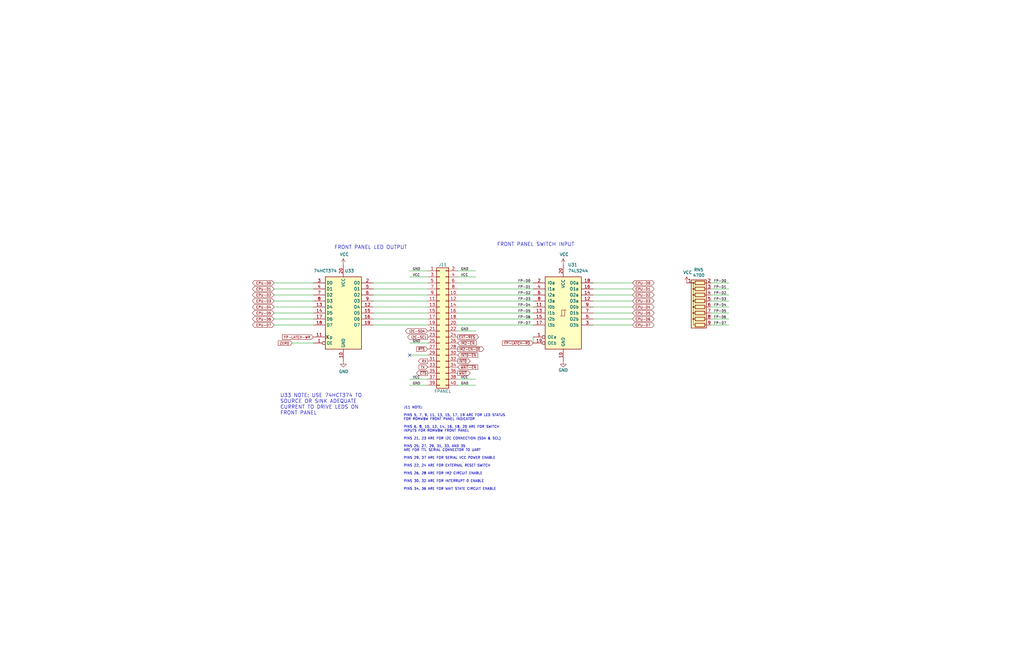
<source format=kicad_sch>
(kicad_sch (version 20211123) (generator eeschema)
  (paper "B")
  (lib_symbols
    (symbol "74xx:74HCT374"
      (property "Reference" "U" (at -7.62 16.51 0))
      (property "Value" "74HCT374" (at -7.62 -16.51 0))
      (symbol "74HCT374_1_0"
        (pin input inverted (at -12.7 -12.7 0) (length 5.08) (name "OE") (number "1"))
        (pin power_in line (at 0 -20.32 90) (length 5.08) (name "GND") (number "10"))
        (pin input clock (at -12.7 -10.16 0) (length 5.08) (name "Cp") (number "11"))
        (pin tri_state line (at 12.7 2.54 180) (length 5.08) (name "O4") (number "12"))
        (pin input line (at -12.7 2.54 0) (length 5.08) (name "D4") (number "13"))
        (pin input line (at -12.7 0 0) (length 5.08) (name "D5") (number "14"))
        (pin tri_state line (at 12.7 0 180) (length 5.08) (name "O5") (number "15"))
        (pin tri_state line (at 12.7 -2.54 180) (length 5.08) (name "O6") (number "16"))
        (pin input line (at -12.7 -2.54 0) (length 5.08) (name "D6") (number "17"))
        (pin input line (at -12.7 -5.08 0) (length 5.08) (name "D7") (number "18"))
        (pin tri_state line (at 12.7 -5.08 180) (length 5.08) (name "O7") (number "19"))
        (pin tri_state line (at 12.7 12.7 180) (length 5.08) (name "O0") (number "2"))
        (pin power_in line (at 0 20.32 270) (length 5.08) (name "VCC") (number "20"))
        (pin input line (at -12.7 12.7 0) (length 5.08) (name "D0") (number "3"))
        (pin input line (at -12.7 10.16 0) (length 5.08) (name "D1") (number "4"))
        (pin tri_state line (at 12.7 10.16 180) (length 5.08) (name "O1") (number "5"))
        (pin tri_state line (at 12.7 7.62 180) (length 5.08) (name "O2") (number "6"))
        (pin input line (at -12.7 7.62 0) (length 5.08) (name "D2") (number "7"))
        (pin input line (at -12.7 5.08 0) (length 5.08) (name "D3") (number "8"))
        (pin tri_state line (at 12.7 5.08 180) (length 5.08) (name "O3") (number "9"))
      )
      (symbol "74HCT374_1_1"
        (rectangle (start -7.62 15.24) (end 7.62 -15.24) (stroke (width 0.254)) (fill (type background)))
      )
    )
    (symbol "74xx:74LS244" (pin_names (offset 1.016))
      (property "Reference" "U" (at -7.62 16.51 0))
      (property "Value" "74LS244" (at -7.62 -16.51 0))
      (symbol "74LS244_1_0"
        (polyline (pts (xy -0.635 -1.27) (xy -0.635 1.27) (xy 0.635 1.27)))
        (polyline (pts (xy -1.27 -1.27) (xy 0.635 -1.27) (xy 0.635 1.27) (xy 1.27 1.27)))
        (pin input inverted (at -12.7 -10.16 0) (length 5.08) (name "OEa") (number "1"))
        (pin power_in line (at 0 -20.32 90) (length 5.08) (name "GND") (number "10"))
        (pin input line (at -12.7 2.54 0) (length 5.08) (name "I0b") (number "11"))
        (pin tri_state line (at 12.7 5.08 180) (length 5.08) (name "O3a") (number "12"))
        (pin input line (at -12.7 0 0) (length 5.08) (name "I1b") (number "13"))
        (pin tri_state line (at 12.7 7.62 180) (length 5.08) (name "O2a") (number "14"))
        (pin input line (at -12.7 -2.54 0) (length 5.08) (name "I2b") (number "15"))
        (pin tri_state line (at 12.7 10.16 180) (length 5.08) (name "O1a") (number "16"))
        (pin input line (at -12.7 -5.08 0) (length 5.08) (name "I3b") (number "17"))
        (pin tri_state line (at 12.7 12.7 180) (length 5.08) (name "O0a") (number "18"))
        (pin input inverted (at -12.7 -12.7 0) (length 5.08) (name "OEb") (number "19"))
        (pin input line (at -12.7 12.7 0) (length 5.08) (name "I0a") (number "2"))
        (pin power_in line (at 0 20.32 270) (length 5.08) (name "VCC") (number "20"))
        (pin tri_state line (at 12.7 -5.08 180) (length 5.08) (name "O3b") (number "3"))
        (pin input line (at -12.7 10.16 0) (length 5.08) (name "I1a") (number "4"))
        (pin tri_state line (at 12.7 -2.54 180) (length 5.08) (name "O2b") (number "5"))
        (pin input line (at -12.7 7.62 0) (length 5.08) (name "I2a") (number "6"))
        (pin tri_state line (at 12.7 0 180) (length 5.08) (name "O1b") (number "7"))
        (pin input line (at -12.7 5.08 0) (length 5.08) (name "I3a") (number "8"))
        (pin tri_state line (at 12.7 2.54 180) (length 5.08) (name "O0b") (number "9"))
      )
      (symbol "74LS244_1_1"
        (rectangle (start -7.62 15.24) (end 7.62 -15.24) (stroke (width 0.254)) (fill (type background)))
      )
    )
    (symbol "Connector_Generic:Conn_02x20_Odd_Even" (pin_names (offset 1.016) hide)
      (property "Reference" "J" (at 1.27 25.4 0))
      (property "Value" "Conn_02x20_Odd_Even" (at 1.27 -27.94 0))
      (symbol "Conn_02x20_Odd_Even_1_1"
        (rectangle (start -1.27 -25.273) (end 0 -25.527) (stroke (width 0.1524)))
        (rectangle (start -1.27 -22.733) (end 0 -22.987) (stroke (width 0.1524)))
        (rectangle (start -1.27 -20.193) (end 0 -20.447) (stroke (width 0.1524)))
        (rectangle (start -1.27 -17.653) (end 0 -17.907) (stroke (width 0.1524)))
        (rectangle (start -1.27 -15.113) (end 0 -15.367) (stroke (width 0.1524)))
        (rectangle (start -1.27 -12.573) (end 0 -12.827) (stroke (width 0.1524)))
        (rectangle (start -1.27 -10.033) (end 0 -10.287) (stroke (width 0.1524)))
        (rectangle (start -1.27 -7.493) (end 0 -7.747) (stroke (width 0.1524)))
        (rectangle (start -1.27 -4.953) (end 0 -5.207) (stroke (width 0.1524)))
        (rectangle (start -1.27 -2.413) (end 0 -2.667) (stroke (width 0.1524)))
        (rectangle (start -1.27 0.127) (end 0 -0.127) (stroke (width 0.1524)))
        (rectangle (start -1.27 2.667) (end 0 2.413) (stroke (width 0.1524)))
        (rectangle (start -1.27 5.207) (end 0 4.953) (stroke (width 0.1524)))
        (rectangle (start -1.27 7.747) (end 0 7.493) (stroke (width 0.1524)))
        (rectangle (start -1.27 10.287) (end 0 10.033) (stroke (width 0.1524)))
        (rectangle (start -1.27 12.827) (end 0 12.573) (stroke (width 0.1524)))
        (rectangle (start -1.27 15.367) (end 0 15.113) (stroke (width 0.1524)))
        (rectangle (start -1.27 17.907) (end 0 17.653) (stroke (width 0.1524)))
        (rectangle (start -1.27 20.447) (end 0 20.193) (stroke (width 0.1524)))
        (rectangle (start -1.27 22.987) (end 0 22.733) (stroke (width 0.1524)))
        (rectangle (start -1.27 24.13) (end 3.81 -26.67) (stroke (width 0.254)) (fill (type background)))
        (rectangle (start 3.81 -25.273) (end 2.54 -25.527) (stroke (width 0.1524)))
        (rectangle (start 3.81 -22.733) (end 2.54 -22.987) (stroke (width 0.1524)))
        (rectangle (start 3.81 -20.193) (end 2.54 -20.447) (stroke (width 0.1524)))
        (rectangle (start 3.81 -17.653) (end 2.54 -17.907) (stroke (width 0.1524)))
        (rectangle (start 3.81 -15.113) (end 2.54 -15.367) (stroke (width 0.1524)))
        (rectangle (start 3.81 -12.573) (end 2.54 -12.827) (stroke (width 0.1524)))
        (rectangle (start 3.81 -10.033) (end 2.54 -10.287) (stroke (width 0.1524)))
        (rectangle (start 3.81 -7.493) (end 2.54 -7.747) (stroke (width 0.1524)))
        (rectangle (start 3.81 -4.953) (end 2.54 -5.207) (stroke (width 0.1524)))
        (rectangle (start 3.81 -2.413) (end 2.54 -2.667) (stroke (width 0.1524)))
        (rectangle (start 3.81 0.127) (end 2.54 -0.127) (stroke (width 0.1524)))
        (rectangle (start 3.81 2.667) (end 2.54 2.413) (stroke (width 0.1524)))
        (rectangle (start 3.81 5.207) (end 2.54 4.953) (stroke (width 0.1524)))
        (rectangle (start 3.81 7.747) (end 2.54 7.493) (stroke (width 0.1524)))
        (rectangle (start 3.81 10.287) (end 2.54 10.033) (stroke (width 0.1524)))
        (rectangle (start 3.81 12.827) (end 2.54 12.573) (stroke (width 0.1524)))
        (rectangle (start 3.81 15.367) (end 2.54 15.113) (stroke (width 0.1524)))
        (rectangle (start 3.81 17.907) (end 2.54 17.653) (stroke (width 0.1524)))
        (rectangle (start 3.81 20.447) (end 2.54 20.193) (stroke (width 0.1524)))
        (rectangle (start 3.81 22.987) (end 2.54 22.733) (stroke (width 0.1524)))
        (pin passive line (at -5.08 22.86 0) (length 3.81) (name "Pin_1") (number "1"))
        (pin passive line (at 7.62 12.7 180) (length 3.81) (name "Pin_10") (number "10"))
        (pin passive line (at -5.08 10.16 0) (length 3.81) (name "Pin_11") (number "11"))
        (pin passive line (at 7.62 10.16 180) (length 3.81) (name "Pin_12") (number "12"))
        (pin passive line (at -5.08 7.62 0) (length 3.81) (name "Pin_13") (number "13"))
        (pin passive line (at 7.62 7.62 180) (length 3.81) (name "Pin_14") (number "14"))
        (pin passive line (at -5.08 5.08 0) (length 3.81) (name "Pin_15") (number "15"))
        (pin passive line (at 7.62 5.08 180) (length 3.81) (name "Pin_16") (number "16"))
        (pin passive line (at -5.08 2.54 0) (length 3.81) (name "Pin_17") (number "17"))
        (pin passive line (at 7.62 2.54 180) (length 3.81) (name "Pin_18") (number "18"))
        (pin passive line (at -5.08 0 0) (length 3.81) (name "Pin_19") (number "19"))
        (pin passive line (at 7.62 22.86 180) (length 3.81) (name "Pin_2") (number "2"))
        (pin passive line (at 7.62 0 180) (length 3.81) (name "Pin_20") (number "20"))
        (pin passive line (at -5.08 -2.54 0) (length 3.81) (name "Pin_21") (number "21"))
        (pin passive line (at 7.62 -2.54 180) (length 3.81) (name "Pin_22") (number "22"))
        (pin passive line (at -5.08 -5.08 0) (length 3.81) (name "Pin_23") (number "23"))
        (pin passive line (at 7.62 -5.08 180) (length 3.81) (name "Pin_24") (number "24"))
        (pin passive line (at -5.08 -7.62 0) (length 3.81) (name "Pin_25") (number "25"))
        (pin passive line (at 7.62 -7.62 180) (length 3.81) (name "Pin_26") (number "26"))
        (pin passive line (at -5.08 -10.16 0) (length 3.81) (name "Pin_27") (number "27"))
        (pin passive line (at 7.62 -10.16 180) (length 3.81) (name "Pin_28") (number "28"))
        (pin passive line (at -5.08 -12.7 0) (length 3.81) (name "Pin_29") (number "29"))
        (pin passive line (at -5.08 20.32 0) (length 3.81) (name "Pin_3") (number "3"))
        (pin passive line (at 7.62 -12.7 180) (length 3.81) (name "Pin_30") (number "30"))
        (pin passive line (at -5.08 -15.24 0) (length 3.81) (name "Pin_31") (number "31"))
        (pin passive line (at 7.62 -15.24 180) (length 3.81) (name "Pin_32") (number "32"))
        (pin passive line (at -5.08 -17.78 0) (length 3.81) (name "Pin_33") (number "33"))
        (pin passive line (at 7.62 -17.78 180) (length 3.81) (name "Pin_34") (number "34"))
        (pin passive line (at -5.08 -20.32 0) (length 3.81) (name "Pin_35") (number "35"))
        (pin passive line (at 7.62 -20.32 180) (length 3.81) (name "Pin_36") (number "36"))
        (pin passive line (at -5.08 -22.86 0) (length 3.81) (name "Pin_37") (number "37"))
        (pin passive line (at 7.62 -22.86 180) (length 3.81) (name "Pin_38") (number "38"))
        (pin passive line (at -5.08 -25.4 0) (length 3.81) (name "Pin_39") (number "39"))
        (pin passive line (at 7.62 20.32 180) (length 3.81) (name "Pin_4") (number "4"))
        (pin passive line (at 7.62 -25.4 180) (length 3.81) (name "Pin_40") (number "40"))
        (pin passive line (at -5.08 17.78 0) (length 3.81) (name "Pin_5") (number "5"))
        (pin passive line (at 7.62 17.78 180) (length 3.81) (name "Pin_6") (number "6"))
        (pin passive line (at -5.08 15.24 0) (length 3.81) (name "Pin_7") (number "7"))
        (pin passive line (at 7.62 15.24 180) (length 3.81) (name "Pin_8") (number "8"))
        (pin passive line (at -5.08 12.7 0) (length 3.81) (name "Pin_9") (number "9"))
      )
    )
    (symbol "Device:R_Network08" (pin_names (offset 0) hide)
      (property "Reference" "RN" (at -12.7 0 90))
      (property "Value" "R_Network08" (at 10.16 0 90))
      (symbol "R_Network08_0_1"
        (rectangle (start -11.43 -3.175) (end 8.89 3.175) (stroke (width 0.254)) (fill (type background)))
        (rectangle (start -10.922 1.524) (end -9.398 -2.54) (stroke (width 0.254)))
        (circle (center -10.16 2.286) (radius 0.254) (fill (type outline)))
        (rectangle (start -8.382 1.524) (end -6.858 -2.54) (stroke (width 0.254)))
        (circle (center -7.62 2.286) (radius 0.254) (fill (type outline)))
        (rectangle (start -5.842 1.524) (end -4.318 -2.54) (stroke (width 0.254)))
        (circle (center -5.08 2.286) (radius 0.254) (fill (type outline)))
        (rectangle (start -3.302 1.524) (end -1.778 -2.54) (stroke (width 0.254)))
        (circle (center -2.54 2.286) (radius 0.254) (fill (type outline)))
        (rectangle (start -0.762 1.524) (end 0.762 -2.54) (stroke (width 0.254)))
        (polyline (pts (xy -10.16 -2.54) (xy -10.16 -3.81)))
        (polyline (pts (xy -7.62 -2.54) (xy -7.62 -3.81)))
        (polyline (pts (xy -5.08 -2.54) (xy -5.08 -3.81)))
        (polyline (pts (xy -2.54 -2.54) (xy -2.54 -3.81)))
        (polyline (pts (xy 0 -2.54) (xy 0 -3.81)))
        (polyline (pts (xy 2.54 -2.54) (xy 2.54 -3.81)))
        (polyline (pts (xy 5.08 -2.54) (xy 5.08 -3.81)))
        (polyline (pts (xy 7.62 -2.54) (xy 7.62 -3.81)))
        (polyline (pts (xy -10.16 1.524) (xy -10.16 2.286) (xy -7.62 2.286) (xy -7.62 1.524)))
        (polyline (pts (xy -7.62 1.524) (xy -7.62 2.286) (xy -5.08 2.286) (xy -5.08 1.524)))
        (polyline (pts (xy -5.08 1.524) (xy -5.08 2.286) (xy -2.54 2.286) (xy -2.54 1.524)))
        (polyline (pts (xy -2.54 1.524) (xy -2.54 2.286) (xy 0 2.286) (xy 0 1.524)))
        (polyline (pts (xy 0 1.524) (xy 0 2.286) (xy 2.54 2.286) (xy 2.54 1.524)))
        (polyline (pts (xy 2.54 1.524) (xy 2.54 2.286) (xy 5.08 2.286) (xy 5.08 1.524)))
        (polyline (pts (xy 5.08 1.524) (xy 5.08 2.286) (xy 7.62 2.286) (xy 7.62 1.524)))
        (circle (center 0 2.286) (radius 0.254) (fill (type outline)))
        (rectangle (start 1.778 1.524) (end 3.302 -2.54) (stroke (width 0.254)))
        (circle (center 2.54 2.286) (radius 0.254) (fill (type outline)))
        (rectangle (start 4.318 1.524) (end 5.842 -2.54) (stroke (width 0.254)))
        (circle (center 5.08 2.286) (radius 0.254) (fill (type outline)))
        (rectangle (start 6.858 1.524) (end 8.382 -2.54) (stroke (width 0.254)))
      )
      (symbol "R_Network08_1_1"
        (pin passive line (at -10.16 5.08 270) (length 2.54) (name "common") (number "1"))
        (pin passive line (at -10.16 -5.08 90) (length 1.27) (name "R1") (number "2"))
        (pin passive line (at -7.62 -5.08 90) (length 1.27) (name "R2") (number "3"))
        (pin passive line (at -5.08 -5.08 90) (length 1.27) (name "R3") (number "4"))
        (pin passive line (at -2.54 -5.08 90) (length 1.27) (name "R4") (number "5"))
        (pin passive line (at 0 -5.08 90) (length 1.27) (name "R5") (number "6"))
        (pin passive line (at 2.54 -5.08 90) (length 1.27) (name "R6") (number "7"))
        (pin passive line (at 5.08 -5.08 90) (length 1.27) (name "R7") (number "8"))
        (pin passive line (at 7.62 -5.08 90) (length 1.27) (name "R8") (number "9"))
      )
    )
    (symbol "power:GND" (power) (pin_names (offset 0))
      (property "Value" "GND" (at 0 -3.81 0))
      (symbol "GND_0_1"
        (polyline (pts (xy 0 0) (xy 0 -1.27) (xy 1.27 -1.27) (xy 0 -2.54) (xy -1.27 -1.27) (xy 0 -1.27)))
      )
      (symbol "GND_1_1"
        (pin power_in line (at 0 0 270) (length 0) hide (name "GND") (number "1"))
      )
    )
    (symbol "power:VCC" (power) (pin_names (offset 0))
      (property "Value" "VCC" (at 0 3.81 0))
      (symbol "VCC_0_1"
        (polyline (pts (xy -0.762 1.27) (xy 0 2.54)))
        (polyline (pts (xy 0 0) (xy 0 2.54)))
        (polyline (pts (xy 0 2.54) (xy 0.762 1.27)))
      )
      (symbol "VCC_1_1"
        (pin power_in line (at 0 0 90) (length 0) hide (name "VCC") (number "1"))
      )
    )
  )
  (no_connect (at 172.72 149.86))
  (wire (pts (xy 193.04 114.3) (xy 200.66 114.3)))
  (wire (pts (xy 115.57 127) (xy 132.08 127)))
  (wire (pts (xy 299.72 127) (xy 307.34 127)))
  (wire (pts (xy 299.72 129.54) (xy 307.34 129.54)))
  (wire (pts (xy 250.19 121.92) (xy 266.7 121.92)))
  (wire (pts (xy 193.04 121.92) (xy 224.79 121.92)))
  (wire (pts (xy 157.48 134.62) (xy 180.34 134.62)))
  (wire (pts (xy 115.57 134.62) (xy 132.08 134.62)))
  (wire (pts (xy 193.04 124.46) (xy 224.79 124.46)))
  (wire (pts (xy 224.79 142.24) (xy 224.79 144.78)))
  (wire (pts (xy 172.72 160.02) (xy 180.34 160.02)))
  (wire (pts (xy 172.72 162.56) (xy 180.34 162.56)))
  (wire (pts (xy 172.72 114.3) (xy 180.34 114.3)))
  (wire (pts (xy 193.04 119.38) (xy 224.79 119.38)))
  (wire (pts (xy 193.04 160.02) (xy 200.66 160.02)))
  (wire (pts (xy 250.19 124.46) (xy 266.7 124.46)))
  (wire (pts (xy 115.57 129.54) (xy 132.08 129.54)))
  (wire (pts (xy 250.19 129.54) (xy 266.7 129.54)))
  (wire (pts (xy 172.72 144.78) (xy 180.34 144.78)))
  (wire (pts (xy 193.04 116.84) (xy 200.66 116.84)))
  (wire (pts (xy 172.72 116.84) (xy 180.34 116.84)))
  (wire (pts (xy 193.04 129.54) (xy 224.79 129.54)))
  (wire (pts (xy 299.72 132.08) (xy 307.34 132.08)))
  (wire (pts (xy 193.04 132.08) (xy 224.79 132.08)))
  (wire (pts (xy 115.57 124.46) (xy 132.08 124.46)))
  (wire (pts (xy 157.48 137.16) (xy 180.34 137.16)))
  (wire (pts (xy 299.72 134.62) (xy 307.34 134.62)))
  (wire (pts (xy 193.04 137.16) (xy 224.79 137.16)))
  (wire (pts (xy 157.48 124.46) (xy 180.34 124.46)))
  (wire (pts (xy 250.19 127) (xy 266.7 127)))
  (wire (pts (xy 172.72 149.86) (xy 180.34 149.86)))
  (wire (pts (xy 250.19 119.38) (xy 266.7 119.38)))
  (wire (pts (xy 157.48 121.92) (xy 180.34 121.92)))
  (wire (pts (xy 157.48 129.54) (xy 180.34 129.54)))
  (wire (pts (xy 299.72 137.16) (xy 307.34 137.16)))
  (wire (pts (xy 115.57 119.38) (xy 132.08 119.38)))
  (wire (pts (xy 193.04 162.56) (xy 200.66 162.56)))
  (wire (pts (xy 193.04 139.7) (xy 200.66 139.7)))
  (wire (pts (xy 115.57 132.08) (xy 132.08 132.08)))
  (wire (pts (xy 250.19 137.16) (xy 266.7 137.16)))
  (wire (pts (xy 115.57 137.16) (xy 132.08 137.16)))
  (wire (pts (xy 193.04 134.62) (xy 224.79 134.62)))
  (wire (pts (xy 193.04 127) (xy 224.79 127)))
  (wire (pts (xy 299.72 119.38) (xy 307.34 119.38)))
  (wire (pts (xy 157.48 127) (xy 180.34 127)))
  (wire (pts (xy 299.72 121.92) (xy 307.34 121.92)))
  (wire (pts (xy 157.48 119.38) (xy 180.34 119.38)))
  (wire (pts (xy 250.19 132.08) (xy 266.7 132.08)))
  (wire (pts (xy 157.48 132.08) (xy 180.34 132.08)))
  (wire (pts (xy 299.72 124.46) (xy 307.34 124.46)))
  (wire (pts (xy 115.57 121.92) (xy 132.08 121.92)))
  (wire (pts (xy 123.19 144.78) (xy 132.08 144.78)))
  (wire (pts (xy 250.19 134.62) (xy 266.7 134.62)))
  (text "J11 NOTE: \n\nPINS 5, 7, 9, 11, 13, 15, 17, 19 ARE FOR LED STATUS\nFOR ROMWBW FRONT PANEL INDICATOR\n\nPINS 6, 8, 10, 12, 14, 16, 18, 20 ARE FOR SWITCH\nINPUTS FOR ROMWBW FRONT PANEL\n\nPINS 21, 23 ARE FOR I2C CONNECTION (SDA & SCL)\n\nPINS 25, 27, 29, 31, 33, AND 35\nARE FOR TTL SERIAL CONNECTOR TO UART\n\nPINS 29, 37 ARE FOR SERIAL VCC POWER ENABLE\n\nPINS 22, 24 ARE FOR EXTERNAL RESET SWITCH\n\nPINS 26, 28 ARE FOR IM2 CIRCUIT ENABLE\n\nPINS 30, 32 ARE FOR INTERRUPT 0 ENABLE\n\nPINS 34, 36 ARE FOR WAIT STATE CIRCUIT ENABLE" (at 170.18 207.01 0) (effects (font (size 1.016 1.016)) (justify left bottom)))
  (text "U33 NOTE: USE 74HCT374 TO\nSOURCE OR SINK ADEQUATE\nCURRENT TO DRIVE LEDS ON\nFRONT PANEL" (at 118.11 175.26 0) (effects (font (size 1.524 1.524)) (justify left bottom)))
  (text "FRONT PANEL SWITCH INPUT" (at 209.55 104.14 0) (effects (font (size 1.524 1.524)) (justify left bottom)))
  (text "FRONT PANEL LED OUTPUT" (at 140.97 105.41 0) (effects (font (size 1.524 1.524)) (justify left bottom)))
  (label "FP-D4" (at 300.99 129.54 0) (effects (font (size 1.016 1.016))))
  (label "FP-D6" (at 218.44 134.62 0) (effects (font (size 1.016 1.016))))
  (label "GND" (at 194.31 139.7 0) (effects (font (size 1.016 1.016))))
  (label "GND" (at 194.31 114.3 0) (effects (font (size 1.016 1.016))))
  (label "GND" (at 173.99 162.56 0) (effects (font (size 1.016 1.016))))
  (label "VCC" (at 194.31 160.02 0) (effects (font (size 1.016 1.016))))
  (label "VCC" (at 173.99 160.02 0) (effects (font (size 1.016 1.016))))
  (label "FP-D0" (at 218.44 119.38 0) (effects (font (size 1.016 1.016))))
  (label "FP-D1" (at 300.99 121.92 0) (effects (font (size 1.016 1.016))))
  (label "VCC" (at 194.31 116.84 0) (effects (font (size 1.016 1.016))))
  (label "FP-D1" (at 218.44 121.92 0) (effects (font (size 1.016 1.016))))
  (label "FP-D2" (at 218.44 124.46 0) (effects (font (size 1.016 1.016))))
  (label "FP-D5" (at 218.44 132.08 0) (effects (font (size 1.016 1.016))))
  (label "FP-D7" (at 300.99 137.16 0) (effects (font (size 1.016 1.016))))
  (label "GND" (at 194.31 162.56 0) (effects (font (size 1.016 1.016))))
  (label "FP-D0" (at 300.99 119.38 0) (effects (font (size 1.016 1.016))))
  (label "FP-D3" (at 218.44 127 0) (effects (font (size 1.016 1.016))))
  (label "VCC" (at 173.99 116.84 0) (effects (font (size 1.016 1.016))))
  (label "FP-D4" (at 218.44 129.54 0) (effects (font (size 1.016 1.016))))
  (label "FP-D3" (at 300.99 127 0) (effects (font (size 1.016 1.016))))
  (label "FP-D5" (at 300.99 132.08 0) (effects (font (size 1.016 1.016))))
  (label "FP-D6" (at 300.99 134.62 0) (effects (font (size 1.016 1.016))))
  (label "FP-D2" (at 300.99 124.46 0) (effects (font (size 1.016 1.016))))
  (label "FP-D7" (at 218.44 137.16 0) (effects (font (size 1.016 1.016))))
  (label "GND" (at 173.99 144.78 0) (effects (font (size 1.016 1.016))))
  (label "GND" (at 173.99 114.3 0) (effects (font (size 1.016 1.016))))
  (global_label "CPU-D5" (shape bidirectional) (at 266.7 132.08 0) (effects (font (size 1.016 1.016))) (property "Intersheet References" "${INTERSHEET_REFS}" (effects hide)))
  (global_label "CPU-D6" (shape bidirectional) (at 115.57 134.62 180) (effects (font (size 1.016 1.016))) (property "Intersheet References" "${INTERSHEET_REFS}" (effects hide)))
  (global_label "CPU-D7" (shape bidirectional) (at 115.57 137.16 180) (effects (font (size 1.016 1.016))) (property "Intersheet References" "${INTERSHEET_REFS}" (effects hide)))
  (global_label "~{EXT-RES}" (shape output) (at 193.04 142.24 0) (effects (font (size 1.016 1.016))) (property "Intersheet References" "${INTERSHEET_REFS}" (effects hide)))
  (global_label "TX" (shape input) (at 180.34 154.94 180) (effects (font (size 1.016 1.016))) (property "Intersheet References" "${INTERSHEET_REFS}" (effects hide)))
  (global_label "I2C-SDA" (shape bidirectional) (at 180.34 139.7 180) (effects (font (size 1.016 1.016))) (property "Intersheet References" "${INTERSHEET_REFS}" (effects hide)))
  (global_label "CPU-D0" (shape bidirectional) (at 115.57 119.38 180) (effects (font (size 1.016 1.016))) (property "Intersheet References" "${INTERSHEET_REFS}" (effects hide)))
  (global_label "CPU-D3" (shape bidirectional) (at 115.57 127 180) (effects (font (size 1.016 1.016))) (property "Intersheet References" "${INTERSHEET_REFS}" (effects hide)))
  (global_label "RX" (shape output) (at 180.34 152.4 180) (effects (font (size 1.016 1.016))) (property "Intersheet References" "${INTERSHEET_REFS}" (effects hide)))
  (global_label "FP-LATCH-WR" (shape input) (at 132.08 142.24 180) (effects (font (size 1.016 1.016))) (property "Intersheet References" "${INTERSHEET_REFS}" (effects hide)))
  (global_label "CPU-D0" (shape bidirectional) (at 266.7 119.38 0) (effects (font (size 1.016 1.016))) (property "Intersheet References" "${INTERSHEET_REFS}" (effects hide)))
  (global_label "CPU-D4" (shape bidirectional) (at 115.57 129.54 180) (effects (font (size 1.016 1.016))) (property "Intersheet References" "${INTERSHEET_REFS}" (effects hide)))
  (global_label "CPU-D1" (shape bidirectional) (at 266.7 121.92 0) (effects (font (size 1.016 1.016))) (property "Intersheet References" "${INTERSHEET_REFS}" (effects hide)))
  (global_label "CPU-D2" (shape bidirectional) (at 115.57 124.46 180) (effects (font (size 1.016 1.016))) (property "Intersheet References" "${INTERSHEET_REFS}" (effects hide)))
  (global_label "~{INT0-EN}" (shape input) (at 193.04 149.86 0) (effects (font (size 1.016 1.016))) (property "Intersheet References" "${INTERSHEET_REFS}" (effects hide)))
  (global_label "~{WAIT}" (shape output) (at 193.04 157.48 0) (effects (font (size 1.016 1.016))) (property "Intersheet References" "${INTERSHEET_REFS}" (effects hide)))
  (global_label "CPU-D5" (shape bidirectional) (at 115.57 132.08 180) (effects (font (size 1.016 1.016))) (property "Intersheet References" "${INTERSHEET_REFS}" (effects hide)))
  (global_label "~{INT0}" (shape output) (at 193.04 152.4 0) (effects (font (size 1.016 1.016))) (property "Intersheet References" "${INTERSHEET_REFS}" (effects hide)))
  (global_label "CPU-D4" (shape bidirectional) (at 266.7 129.54 0) (effects (font (size 1.016 1.016))) (property "Intersheet References" "${INTERSHEET_REFS}" (effects hide)))
  (global_label "CPU-D1" (shape bidirectional) (at 115.57 121.92 180) (effects (font (size 1.016 1.016))) (property "Intersheet References" "${INTERSHEET_REFS}" (effects hide)))
  (global_label "ZERO" (shape input) (at 123.19 144.78 180) (effects (font (size 1.016 1.016))) (property "Intersheet References" "${INTERSHEET_REFS}" (effects hide)))
  (global_label "~{FP-LATCH-RD}" (shape input) (at 224.79 144.78 180) (effects (font (size 1.016 1.016))) (property "Intersheet References" "${INTERSHEET_REFS}" (effects hide)))
  (global_label "~{RTS}" (shape input) (at 180.34 147.32 180) (effects (font (size 1.016 1.016))) (property "Intersheet References" "${INTERSHEET_REFS}" (effects hide)))
  (global_label "CPU-D3" (shape bidirectional) (at 266.7 127 0) (effects (font (size 1.016 1.016))) (property "Intersheet References" "${INTERSHEET_REFS}" (effects hide)))
  (global_label "CPU-D7" (shape bidirectional) (at 266.7 137.16 0) (effects (font (size 1.016 1.016))) (property "Intersheet References" "${INTERSHEET_REFS}" (effects hide)))
  (global_label "~{CTS}" (shape output) (at 180.34 157.48 180) (effects (font (size 1.016 1.016))) (property "Intersheet References" "${INTERSHEET_REFS}" (effects hide)))
  (global_label "~{IM2-EN}" (shape input) (at 193.04 144.78 0) (effects (font (size 1.016 1.016))) (property "Intersheet References" "${INTERSHEET_REFS}" (effects hide)))
  (global_label "CPU-D2" (shape bidirectional) (at 266.7 124.46 0) (effects (font (size 1.016 1.016))) (property "Intersheet References" "${INTERSHEET_REFS}" (effects hide)))
  (global_label "~{IM2-EN-OE}" (shape output) (at 193.04 147.32 0) (effects (font (size 1.016 1.016))) (property "Intersheet References" "${INTERSHEET_REFS}" (effects hide)))
  (global_label "~{WAIT-EN}" (shape input) (at 193.04 154.94 0) (effects (font (size 1.016 1.016))) (property "Intersheet References" "${INTERSHEET_REFS}" (effects hide)))
  (global_label "CPU-D6" (shape bidirectional) (at 266.7 134.62 0) (effects (font (size 1.016 1.016))) (property "Intersheet References" "${INTERSHEET_REFS}" (effects hide)))
  (global_label "I2C-SCL" (shape output) (at 180.34 142.24 180) (effects (font (size 1.016 1.016))) (property "Intersheet References" "${INTERSHEET_REFS}" (effects hide)))
  (symbol (lib_id "power:GND") (at 237.49 152.4 0) (unit 1)
    (property "Reference" "#PWR0141" (effects hide))
    (property "Value" "GND" (at 237.49 156.21 0))
  )
  (symbol (lib_id "power:VCC") (at 237.49 111.76 0) (unit 1)
    (property "Reference" "#PWR0142" (effects hide))
    (property "Value" "VCC" (at 237.871 107.3658 0))
  )
  (symbol (lib_id "Connector_Generic:Conn_02x20_Odd_Even") (at 185.42 137.16 0) (unit 1)
    (property "Reference" "J11" (at 186.69 111.76 0))
    (property "Value" "FPANEL" (at 186.69 165.1 0))
    (property "Footprint" "Connector_IDC:IDC-Header_2x20_P2.54mm_Horizontal" (effects hide))
  )
  (symbol (lib_id "Device:R_Network08") (at 294.64 129.54 90) (mirror x) (unit 1)
    (property "Reference" "RN5" (at 294.64 113.8682 90))
    (property "Value" "4700" (at 294.64 116.1796 90))
    (property "Footprint" "Resistor_THT:R_Array_SIP9" (effects hide))
    (property "Datasheet" "http://www.vishay.com/docs/31509/csc.pdf" (effects hide))
  )
  (symbol (lib_id "power:VCC") (at 289.56 119.38 0) (unit 1)
    (property "Reference" "#PWR0143" (effects hide))
    (property "Value" "VCC" (at 289.941 114.9858 0))
  )
  (symbol (lib_id "power:GND") (at 144.78 152.4 0) (unit 1)
    (property "Reference" "#PWR0144" (effects hide))
    (property "Value" "GND" (at 144.907 156.7942 0))
  )
  (symbol (lib_id "power:VCC") (at 144.78 111.76 0) (unit 1)
    (property "Reference" "#PWR0145" (effects hide))
    (property "Value" "VCC" (at 145.161 107.3658 0))
  )
  (symbol (lib_id "74xx:74HCT374") (at 144.78 132.08 0) (unit 1)
    (property "Reference" "U33" (at 147.32 114.3 0))
    (property "Value" "74HCT374" (at 137.16 114.3 0))
    (property "Footprint" "Package_DIP:DIP-20_W7.62mm" (effects hide))
    (property "Datasheet" "https://www.ti.com/lit/ds/symlink/cd74hct374.pdf" (effects hide))
  )
  (symbol (lib_id "74xx:74LS244") (at 237.49 132.08 0) (unit 1)
    (property "Reference" "U31" (at 239.5094 111.76 0) (effects (justify left)))
    (property "Value" "74LS244" (at 239.5094 114.3 0) (effects (justify left)))
    (property "Footprint" "Package_DIP:DIP-20_W7.62mm" (effects hide))
    (property "Datasheet" "http://www.ti.com/lit/ds/symlink/sn74ls244.pdf" (effects hide))
  )
)
</source>
